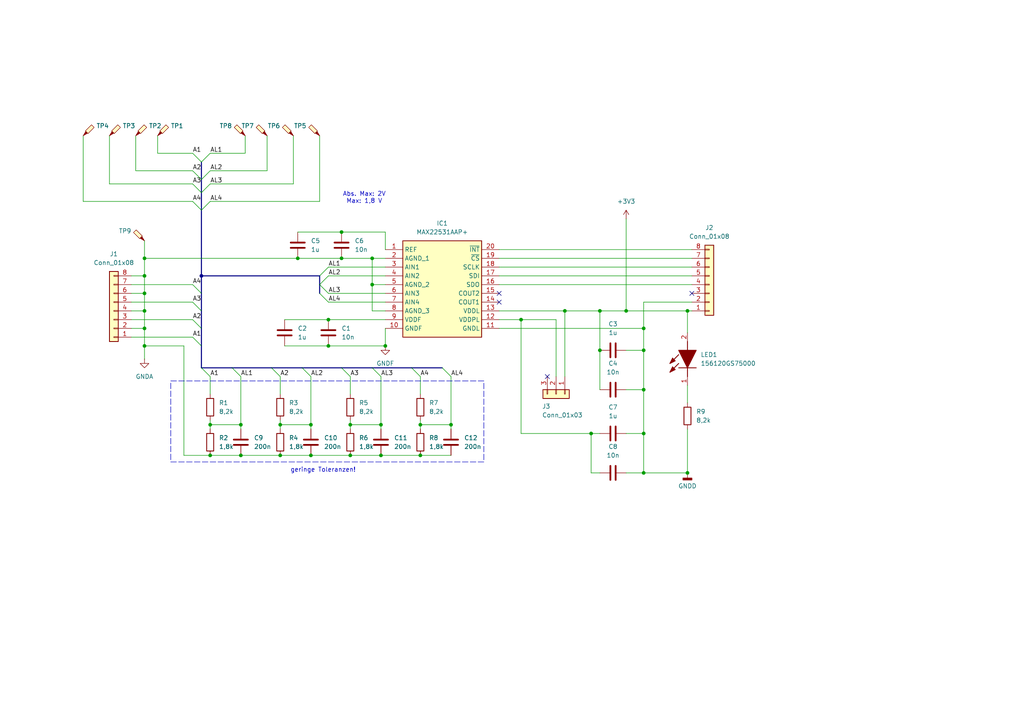
<source format=kicad_sch>
(kicad_sch (version 20250114) (generator "eeschema") (generator_version "9.0")
  (paper "A4")
  (lib_symbols
    (symbol "Connector:TestPoint_Probe" (pin_numbers (hide yes)) (pin_names (offset 0.762) (hide yes))
      (property "Reference" "TP" (at 1.651 5.842 0))
      (property "Value" "TestPoint_Probe" (at 1.651 4.064 0))
      (symbol "TestPoint_Probe_0_1"
        (polyline (pts (xy 1.27 0.762) (xy 0 0) (xy 0.762 1.27) (xy 1.27 0.762)) (fill (type outline)))
        (polyline (pts (xy 1.397 0.635) (xy 0.635 1.397) (xy 2.413 3.175) (xy 3.175 2.413) (xy 1.397 0.635)) (fill (type background)))
      )
      (symbol "TestPoint_Probe_1_1"
        (pin passive line (at 0 0 90) (length 0) (name "1") (number "1"))
      )
    )
    (symbol "Connector_Generic:Conn_01x03" (pin_names (offset 1.016) (hide yes))
      (property "Reference" "J" (at 0 5.08 0))
      (property "Value" "Conn_01x03" (at 0 -5.08 0))
      (symbol "Conn_01x03_1_1"
        (rectangle (start -1.27 3.81) (end 1.27 -3.81) (stroke (width 0.254)) (fill (type background)))
        (rectangle (start -1.27 2.667) (end 0 2.413) (stroke (width 0.1524)))
        (rectangle (start -1.27 0.127) (end 0 -0.127) (stroke (width 0.1524)))
        (rectangle (start -1.27 -2.413) (end 0 -2.667) (stroke (width 0.1524)))
        (pin passive line (at -5.08 2.54 0) (length 3.81) (name "Pin_1") (number "1"))
        (pin passive line (at -5.08 0 0) (length 3.81) (name "Pin_2") (number "2"))
        (pin passive line (at -5.08 -2.54 0) (length 3.81) (name "Pin_3") (number "3"))
      )
    )
    (symbol "Connector_Generic:Conn_01x08" (pin_names (offset 1.016) (hide yes))
      (property "Reference" "J" (at 0 10.16 0))
      (property "Value" "Conn_01x08" (at 0 -12.7 0))
      (symbol "Conn_01x08_1_1"
        (rectangle (start -1.27 8.89) (end 1.27 -11.43) (stroke (width 0.254)) (fill (type background)))
        (rectangle (start -1.27 7.747) (end 0 7.493) (stroke (width 0.1524)))
        (rectangle (start -1.27 5.207) (end 0 4.953) (stroke (width 0.1524)))
        (rectangle (start -1.27 2.667) (end 0 2.413) (stroke (width 0.1524)))
        (rectangle (start -1.27 0.127) (end 0 -0.127) (stroke (width 0.1524)))
        (rectangle (start -1.27 -2.413) (end 0 -2.667) (stroke (width 0.1524)))
        (rectangle (start -1.27 -4.953) (end 0 -5.207) (stroke (width 0.1524)))
        (rectangle (start -1.27 -7.493) (end 0 -7.747) (stroke (width 0.1524)))
        (rectangle (start -1.27 -10.033) (end 0 -10.287) (stroke (width 0.1524)))
        (pin passive line (at -5.08 7.62 0) (length 3.81) (name "Pin_1") (number "1"))
        (pin passive line (at -5.08 5.08 0) (length 3.81) (name "Pin_2") (number "2"))
        (pin passive line (at -5.08 2.54 0) (length 3.81) (name "Pin_3") (number "3"))
        (pin passive line (at -5.08 0 0) (length 3.81) (name "Pin_4") (number "4"))
        (pin passive line (at -5.08 -2.54 0) (length 3.81) (name "Pin_5") (number "5"))
        (pin passive line (at -5.08 -5.08 0) (length 3.81) (name "Pin_6") (number "6"))
        (pin passive line (at -5.08 -7.62 0) (length 3.81) (name "Pin_7") (number "7"))
        (pin passive line (at -5.08 -10.16 0) (length 3.81) (name "Pin_8") (number "8"))
      )
    )
    (symbol "Device:C" (pin_numbers (hide yes)) (pin_names (offset 0.254))
      (property "Reference" "C" (at 0.635 2.54 0))
      (property "Value" "C" (at 0.635 -2.54 0))
      (symbol "C_0_1"
        (polyline (pts (xy -2.032 0.762) (xy 2.032 0.762)) (stroke (width 0.508)))
        (polyline (pts (xy -2.032 -0.762) (xy 2.032 -0.762)) (stroke (width 0.508)))
      )
      (symbol "C_1_1"
        (pin passive line (at 0 3.81 270) (length 2.794) (name "~") (number "1"))
        (pin passive line (at 0 -3.81 90) (length 2.794) (name "~") (number "2"))
      )
    )
    (symbol "Device:R" (pin_numbers (hide yes)) (pin_names (offset 0))
      (property "Reference" "R" (at 2.032 0 90))
      (property "Value" "R" (at 0 0 90))
      (symbol "R_0_1"
        (rectangle (start -1.016 -2.54) (end 1.016 2.54) (stroke (width 0.254)))
      )
      (symbol "R_1_1"
        (pin passive line (at 0 3.81 270) (length 1.27) (name "~") (number "1"))
        (pin passive line (at 0 -3.81 90) (length 1.27) (name "~") (number "2"))
      )
    )
    (symbol "SamacSys_Parts:156120GS75000" (pin_names (hide yes))
      (property "Reference" "LED" (at 12.7 8.89 0))
      (property "Value" "156120GS75000" (at 12.7 6.35 0))
      (symbol "156120GS75000_1_1"
        (polyline (pts (xy 2.54 0) (xy 5.08 0)) (stroke (width 0.254)))
        (polyline (pts (xy 5.08 2.54) (xy 5.08 -2.54)) (stroke (width 0.254)))
        (polyline (pts (xy 5.08 0) (xy 10.16 2.54) (xy 10.16 -2.54) (xy 5.08 0)) (stroke (width 0.254)) (fill (type outline)))
        (polyline (pts (xy 5.334 4.318) (xy 4.572 3.556) (xy 3.81 5.08) (xy 5.334 4.318)) (stroke (width 0.254)) (fill (type outline)))
        (polyline (pts (xy 6.35 2.54) (xy 3.81 5.08)) (stroke (width 0.254)))
        (polyline (pts (xy 7.874 4.318) (xy 7.112 3.556) (xy 6.35 5.08) (xy 7.874 4.318)) (stroke (width 0.254)) (fill (type outline)))
        (polyline (pts (xy 8.89 2.54) (xy 6.35 5.08)) (stroke (width 0.254)))
        (polyline (pts (xy 10.16 0) (xy 12.7 0)) (stroke (width 0.254)))
        (pin passive line (at 0 0 0) (length 2.54) (name "K") (number "1"))
        (pin passive line (at 15.24 0 180) (length 2.54) (name "A") (number "2"))
      )
    )
    (symbol "SamacSys_Parts:MAX22531AAP+"
      (property "Reference" "IC" (at 29.21 7.62 0))
      (property "Value" "MAX22531AAP+" (at 29.21 5.08 0))
      (symbol "MAX22531AAP+_1_1"
        (rectangle (start 5.08 2.54) (end 27.94 -25.4) (stroke (width 0.254)) (fill (type background)))
        (pin passive line (at 0 0 0) (length 5.08) (name "REF") (number "1"))
        (pin passive line (at 0 -2.54 0) (length 5.08) (name "AGND_1") (number "2"))
        (pin passive line (at 0 -5.08 0) (length 5.08) (name "AIN1") (number "3"))
        (pin passive line (at 0 -7.62 0) (length 5.08) (name "AIN2") (number "4"))
        (pin passive line (at 0 -10.16 0) (length 5.08) (name "AGND_2") (number "5"))
        (pin passive line (at 0 -12.7 0) (length 5.08) (name "AIN3") (number "6"))
        (pin passive line (at 0 -15.24 0) (length 5.08) (name "AIN4") (number "7"))
        (pin passive line (at 0 -17.78 0) (length 5.08) (name "AGND_3") (number "8"))
        (pin passive line (at 0 -20.32 0) (length 5.08) (name "VDDF") (number "9"))
        (pin passive line (at 0 -22.86 0) (length 5.08) (name "GNDF") (number "10"))
        (pin passive line (at 33.02 0 180) (length 5.08) (name "~{INT}") (number "20"))
        (pin passive line (at 33.02 -2.54 180) (length 5.08) (name "~{CS}") (number "19"))
        (pin passive line (at 33.02 -5.08 180) (length 5.08) (name "SCLK") (number "18"))
        (pin passive line (at 33.02 -7.62 180) (length 5.08) (name "SDI") (number "17"))
        (pin passive line (at 33.02 -10.16 180) (length 5.08) (name "SDO") (number "16"))
        (pin passive line (at 33.02 -12.7 180) (length 5.08) (name "COUT2") (number "15"))
        (pin passive line (at 33.02 -15.24 180) (length 5.08) (name "COUT1") (number "14"))
        (pin passive line (at 33.02 -17.78 180) (length 5.08) (name "VDDL") (number "13"))
        (pin passive line (at 33.02 -20.32 180) (length 5.08) (name "VDDPL") (number "12"))
        (pin passive line (at 33.02 -22.86 180) (length 5.08) (name "GNDL") (number "11"))
      )
    )
    (symbol "power:+3V3" (power) (pin_numbers (hide yes)) (pin_names (offset 0) (hide yes))
      (property "Value" "+3V3" (at 0 3.556 0))
      (symbol "+3V3_0_1"
        (polyline (pts (xy -0.762 1.27) (xy 0 2.54)))
        (polyline (pts (xy 0 2.54) (xy 0.762 1.27)))
        (polyline (pts (xy 0 0) (xy 0 2.54)))
      )
      (symbol "+3V3_1_1"
        (pin power_in line (at 0 0 90) (length 0) (name "~") (number "1"))
      )
    )
    (symbol "power:GND" (power) (pin_numbers (hide yes)) (pin_names (offset 0) (hide yes))
      (property "Value" "GND" (at 0 -3.81 0))
      (symbol "GND_0_1"
        (polyline (pts (xy 0 0) (xy 0 -1.27) (xy 1.27 -1.27) (xy 0 -2.54) (xy -1.27 -1.27) (xy 0 -1.27)))
      )
      (symbol "GND_1_1"
        (pin power_in line (at 0 0 270) (length 0) (name "~") (number "1"))
      )
    )
    (symbol "power:GNDA" (power) (pin_numbers (hide yes)) (pin_names (offset 0) (hide yes))
      (property "Value" "GNDA" (at 0 -3.81 0))
      (symbol "GNDA_0_1"
        (polyline (pts (xy 0 0) (xy 0 -1.27) (xy 1.27 -1.27) (xy 0 -2.54) (xy -1.27 -1.27) (xy 0 -1.27)))
      )
      (symbol "GNDA_1_1"
        (pin power_in line (at 0 0 270) (length 0) (name "~") (number "1"))
      )
    )
    (symbol "power:GNDD" (power) (pin_numbers (hide yes)) (pin_names (offset 0) (hide yes))
      (property "Value" "GNDD" (at 0 -3.175 0))
      (symbol "GNDD_0_1"
        (rectangle (start -1.27 -1.524) (end 1.27 -2.032) (stroke (width 0.254)) (fill (type outline)))
        (polyline (pts (xy 0 0) (xy 0 -1.524)))
      )
      (symbol "GNDD_1_1"
        (pin power_in line (at 0 0 270) (length 0) (name "~") (number "1"))
      )
    )
  )
  (rectangle (start 49.53 110.49) (end 140.335 133.985) (stroke (width 0) (type dash)))
  (text "geringe Toleranzen!" (at 93.726 136.398 0) (effects (font (size 1.27 1.27))))
  (text "Abs. Max: 2V\nMax: 1,8 V" (at 105.664 57.404 0) (effects (font (size 1.27 1.27))))
  (junction (at 95.25 92.71))
  (junction (at 121.92 132.08))
  (junction (at 111.76 100.33))
  (junction (at 81.28 123.19))
  (junction (at 107.95 82.55))
  (junction (at 90.17 123.19))
  (junction (at 86.36 74.93))
  (junction (at 41.91 74.93))
  (junction (at 99.06 67.31))
  (junction (at 186.69 95.25))
  (junction (at 90.17 132.08))
  (junction (at 173.99 101.6))
  (junction (at 60.96 123.19))
  (junction (at 199.39 137.16))
  (junction (at 41.91 90.17))
  (junction (at 107.95 74.93))
  (junction (at 186.69 125.73))
  (junction (at 69.85 132.08))
  (junction (at 181.61 90.17))
  (junction (at 101.6 132.08))
  (junction (at 163.83 90.17))
  (junction (at 99.06 74.93))
  (junction (at 171.45 125.73))
  (junction (at 186.69 113.03))
  (junction (at 81.28 132.08))
  (junction (at 186.69 101.6))
  (junction (at 199.39 90.17))
  (junction (at 121.92 123.19))
  (junction (at 173.99 90.17))
  (junction (at 101.6 123.19))
  (junction (at 151.13 92.71))
  (junction (at 58.42 80.01))
  (junction (at 41.91 95.25))
  (junction (at 60.96 132.08))
  (junction (at 41.91 80.01))
  (junction (at 41.91 85.09))
  (junction (at 41.91 100.33))
  (junction (at 95.25 100.33))
  (junction (at 69.85 123.19))
  (junction (at 130.81 123.19))
  (junction (at 186.69 137.16))
  (junction (at 110.49 123.19))
  (junction (at 110.49 132.08))
  (no_connect (at 200.66 85.09))
  (no_connect (at 144.78 87.63))
  (no_connect (at 144.78 85.09))
  (no_connect (at 158.75 109.22))
  (bus_entry (at 55.88 82.55) (size 2.54 2.54))
  (bus_entry (at 55.88 49.53) (size 2.54 2.54))
  (bus_entry (at 60.96 49.53) (size -2.54 2.54))
  (bus_entry (at 67.31 106.68) (size 2.54 2.54))
  (bus_entry (at 55.88 44.45) (size 2.54 2.54))
  (bus_entry (at 107.95 106.68) (size 2.54 2.54))
  (bus_entry (at 60.96 44.45) (size -2.54 2.54))
  (bus_entry (at 99.06 106.68) (size 2.54 2.54))
  (bus_entry (at 87.63 106.68) (size 2.54 2.54))
  (bus_entry (at 95.25 85.09) (size -2.54 -2.54))
  (bus_entry (at 95.25 87.63) (size -2.54 -2.54))
  (bus_entry (at 128.27 106.68) (size 2.54 2.54))
  (bus_entry (at 119.38 106.68) (size 2.54 2.54))
  (bus_entry (at 55.88 97.79) (size 2.54 2.54))
  (bus_entry (at 55.88 92.71) (size 2.54 2.54))
  (bus_entry (at 55.88 87.63) (size 2.54 2.54))
  (bus_entry (at 60.96 53.34) (size -2.54 2.54))
  (bus_entry (at 55.88 58.42) (size 2.54 2.54))
  (bus_entry (at 60.96 58.42) (size -2.54 2.54))
  (bus_entry (at 55.88 53.34) (size 2.54 2.54))
  (bus_entry (at 92.71 80.01) (size 2.54 -2.54))
  (bus_entry (at 78.74 106.68) (size 2.54 2.54))
  (bus_entry (at 58.42 106.68) (size 2.54 2.54))
  (bus_entry (at 92.71 82.55) (size 2.54 -2.54))
  (wire (pts (xy 107.95 74.93) (xy 111.76 74.93)))
  (wire (pts (xy 130.81 123.19) (xy 121.92 123.19)))
  (wire (pts (xy 199.39 124.46) (xy 199.39 137.16)))
  (wire (pts (xy 95.25 77.47) (xy 111.76 77.47)))
  (wire (pts (xy 181.61 90.17) (xy 173.99 90.17)))
  (wire (pts (xy 39.37 49.53) (xy 39.37 39.37)))
  (bus (pts (xy 58.42 60.96) (xy 58.42 80.01)))
  (wire (pts (xy 171.45 137.16) (xy 171.45 125.73)))
  (wire (pts (xy 101.6 121.92) (xy 101.6 123.19)))
  (bus (pts (xy 99.06 106.68) (xy 87.63 106.68)))
  (wire (pts (xy 199.39 137.16) (xy 186.69 137.16)))
  (wire (pts (xy 173.99 101.6) (xy 173.99 113.03)))
  (wire (pts (xy 199.39 90.17) (xy 200.66 90.17)))
  (bus (pts (xy 58.42 52.07) (xy 58.42 55.88)))
  (wire (pts (xy 99.06 74.93) (xy 107.95 74.93)))
  (wire (pts (xy 186.69 101.6) (xy 186.69 95.25)))
  (wire (pts (xy 95.25 92.71) (xy 111.76 92.71)))
  (wire (pts (xy 111.76 90.17) (xy 107.95 90.17)))
  (wire (pts (xy 41.91 69.85) (xy 41.91 74.93)))
  (bus (pts (xy 92.71 80.01) (xy 92.71 82.55)))
  (wire (pts (xy 181.61 113.03) (xy 186.69 113.03)))
  (wire (pts (xy 69.85 132.08) (xy 81.28 132.08)))
  (wire (pts (xy 144.78 74.93) (xy 200.66 74.93)))
  (wire (pts (xy 60.96 123.19) (xy 60.96 124.46)))
  (wire (pts (xy 60.96 109.22) (xy 60.96 114.3)))
  (wire (pts (xy 90.17 123.19) (xy 81.28 123.19)))
  (wire (pts (xy 85.09 53.34) (xy 85.09 39.37)))
  (wire (pts (xy 163.83 90.17) (xy 163.83 109.22)))
  (wire (pts (xy 38.1 92.71) (xy 55.88 92.71)))
  (wire (pts (xy 199.39 90.17) (xy 199.39 96.52)))
  (wire (pts (xy 110.49 109.22) (xy 110.49 123.19)))
  (wire (pts (xy 38.1 97.79) (xy 55.88 97.79)))
  (wire (pts (xy 181.61 137.16) (xy 186.69 137.16)))
  (bus (pts (xy 58.42 85.09) (xy 58.42 80.01)))
  (wire (pts (xy 31.75 53.34) (xy 55.88 53.34)))
  (wire (pts (xy 121.92 109.22) (xy 121.92 114.3)))
  (bus (pts (xy 78.74 106.68) (xy 67.31 106.68)))
  (wire (pts (xy 107.95 82.55) (xy 111.76 82.55)))
  (wire (pts (xy 95.25 87.63) (xy 111.76 87.63)))
  (wire (pts (xy 181.61 63.5) (xy 181.61 90.17)))
  (wire (pts (xy 144.78 82.55) (xy 200.66 82.55)))
  (wire (pts (xy 130.81 109.22) (xy 130.81 123.19)))
  (wire (pts (xy 144.78 95.25) (xy 186.69 95.25)))
  (wire (pts (xy 161.29 109.22) (xy 161.29 92.71)))
  (wire (pts (xy 111.76 100.33) (xy 111.76 95.25)))
  (wire (pts (xy 71.12 44.45) (xy 71.12 39.37)))
  (wire (pts (xy 81.28 123.19) (xy 81.28 124.46)))
  (wire (pts (xy 144.78 90.17) (xy 163.83 90.17)))
  (wire (pts (xy 41.91 95.25) (xy 41.91 100.33)))
  (wire (pts (xy 181.61 90.17) (xy 199.39 90.17)))
  (bus (pts (xy 58.42 90.17) (xy 58.42 85.09)))
  (wire (pts (xy 38.1 95.25) (xy 41.91 95.25)))
  (wire (pts (xy 101.6 132.08) (xy 110.49 132.08)))
  (wire (pts (xy 81.28 109.22) (xy 81.28 114.3)))
  (wire (pts (xy 161.29 92.71) (xy 151.13 92.71)))
  (bus (pts (xy 107.95 106.68) (xy 99.06 106.68)))
  (wire (pts (xy 111.76 67.31) (xy 99.06 67.31)))
  (wire (pts (xy 90.17 132.08) (xy 101.6 132.08)))
  (wire (pts (xy 41.91 90.17) (xy 41.91 95.25)))
  (bus (pts (xy 58.42 100.33) (xy 58.42 95.25)))
  (wire (pts (xy 82.55 100.33) (xy 95.25 100.33)))
  (wire (pts (xy 121.92 132.08) (xy 130.81 132.08)))
  (wire (pts (xy 53.34 132.08) (xy 60.96 132.08)))
  (wire (pts (xy 60.96 44.45) (xy 71.12 44.45)))
  (bus (pts (xy 58.42 55.88) (xy 58.42 60.96)))
  (wire (pts (xy 101.6 109.22) (xy 101.6 114.3)))
  (wire (pts (xy 144.78 92.71) (xy 151.13 92.71)))
  (wire (pts (xy 107.95 90.17) (xy 107.95 82.55)))
  (wire (pts (xy 55.88 49.53) (xy 39.37 49.53)))
  (wire (pts (xy 121.92 121.92) (xy 121.92 123.19)))
  (wire (pts (xy 81.28 121.92) (xy 81.28 123.19)))
  (wire (pts (xy 60.96 53.34) (xy 85.09 53.34)))
  (wire (pts (xy 173.99 137.16) (xy 171.45 137.16)))
  (wire (pts (xy 77.47 49.53) (xy 77.47 39.37)))
  (wire (pts (xy 38.1 85.09) (xy 41.91 85.09)))
  (wire (pts (xy 173.99 125.73) (xy 171.45 125.73)))
  (wire (pts (xy 144.78 72.39) (xy 200.66 72.39)))
  (wire (pts (xy 38.1 80.01) (xy 41.91 80.01)))
  (wire (pts (xy 69.85 124.46) (xy 69.85 123.19)))
  (wire (pts (xy 82.55 92.71) (xy 95.25 92.71)))
  (wire (pts (xy 101.6 123.19) (xy 101.6 124.46)))
  (wire (pts (xy 31.75 39.37) (xy 31.75 53.34)))
  (wire (pts (xy 38.1 90.17) (xy 41.91 90.17)))
  (wire (pts (xy 130.81 124.46) (xy 130.81 123.19)))
  (wire (pts (xy 69.85 109.22) (xy 69.85 123.19)))
  (bus (pts (xy 119.38 106.68) (xy 107.95 106.68)))
  (wire (pts (xy 60.96 121.92) (xy 60.96 123.19)))
  (wire (pts (xy 186.69 113.03) (xy 186.69 101.6)))
  (wire (pts (xy 60.96 58.42) (xy 92.71 58.42)))
  (wire (pts (xy 110.49 123.19) (xy 101.6 123.19)))
  (bus (pts (xy 58.42 80.01) (xy 92.71 80.01)))
  (wire (pts (xy 41.91 85.09) (xy 41.91 90.17)))
  (bus (pts (xy 58.42 106.68) (xy 58.42 100.33)))
  (wire (pts (xy 95.25 85.09) (xy 111.76 85.09)))
  (wire (pts (xy 199.39 111.76) (xy 199.39 116.84)))
  (wire (pts (xy 111.76 72.39) (xy 111.76 67.31)))
  (wire (pts (xy 110.49 124.46) (xy 110.49 123.19)))
  (bus (pts (xy 87.63 106.68) (xy 78.74 106.68)))
  (wire (pts (xy 38.1 82.55) (xy 55.88 82.55)))
  (wire (pts (xy 92.71 58.42) (xy 92.71 39.37)))
  (wire (pts (xy 121.92 123.19) (xy 121.92 124.46)))
  (bus (pts (xy 58.42 46.99) (xy 58.42 52.07)))
  (wire (pts (xy 144.78 80.01) (xy 200.66 80.01)))
  (bus (pts (xy 58.42 95.25) (xy 58.42 90.17)))
  (wire (pts (xy 81.28 132.08) (xy 90.17 132.08)))
  (wire (pts (xy 110.49 132.08) (xy 121.92 132.08)))
  (wire (pts (xy 38.1 87.63) (xy 55.88 87.63)))
  (wire (pts (xy 107.95 82.55) (xy 107.95 74.93)))
  (bus (pts (xy 128.27 106.68) (xy 119.38 106.68)))
  (wire (pts (xy 53.34 100.33) (xy 53.34 132.08)))
  (bus (pts (xy 92.71 82.55) (xy 92.71 85.09)))
  (wire (pts (xy 86.36 74.93) (xy 99.06 74.93)))
  (wire (pts (xy 86.36 67.31) (xy 99.06 67.31)))
  (wire (pts (xy 55.88 44.45) (xy 45.72 44.45)))
  (wire (pts (xy 41.91 100.33) (xy 41.91 104.14)))
  (wire (pts (xy 41.91 100.33) (xy 53.34 100.33)))
  (wire (pts (xy 90.17 124.46) (xy 90.17 123.19)))
  (wire (pts (xy 186.69 137.16) (xy 186.69 125.73)))
  (wire (pts (xy 86.36 74.93) (xy 41.91 74.93)))
  (wire (pts (xy 186.69 87.63) (xy 186.69 95.25)))
  (wire (pts (xy 173.99 90.17) (xy 173.99 101.6)))
  (wire (pts (xy 95.25 100.33) (xy 111.76 100.33)))
  (wire (pts (xy 181.61 101.6) (xy 186.69 101.6)))
  (wire (pts (xy 41.91 80.01) (xy 41.91 85.09)))
  (wire (pts (xy 55.88 58.42) (xy 24.13 58.42)))
  (wire (pts (xy 60.96 49.53) (xy 77.47 49.53)))
  (wire (pts (xy 95.25 80.01) (xy 111.76 80.01)))
  (wire (pts (xy 60.96 132.08) (xy 69.85 132.08)))
  (wire (pts (xy 186.69 125.73) (xy 186.69 113.03)))
  (wire (pts (xy 186.69 87.63) (xy 200.66 87.63)))
  (wire (pts (xy 151.13 125.73) (xy 171.45 125.73)))
  (wire (pts (xy 144.78 77.47) (xy 200.66 77.47)))
  (wire (pts (xy 90.17 109.22) (xy 90.17 123.19)))
  (wire (pts (xy 151.13 125.73) (xy 151.13 92.71)))
  (wire (pts (xy 181.61 125.73) (xy 186.69 125.73)))
  (wire (pts (xy 41.91 74.93) (xy 41.91 80.01)))
  (wire (pts (xy 24.13 58.42) (xy 24.13 39.37)))
  (bus (pts (xy 67.31 106.68) (xy 58.42 106.68)))
  (wire (pts (xy 163.83 90.17) (xy 173.99 90.17)))
  (wire (pts (xy 69.85 123.19) (xy 60.96 123.19)))
  (wire (pts (xy 45.72 39.37) (xy 45.72 44.45)))
  (label "AL3" (at 95.25 85.09 0))
  (label "AL1" (at 69.85 109.22 0))
  (label "AL4" (at 95.25 87.63 0))
  (label "AL1" (at 60.96 44.45 0))
  (label "A4" (at 55.88 58.42 0))
  (label "AL2" (at 60.96 49.53 0))
  (label "A3" (at 55.88 53.34 0))
  (label "AL2" (at 95.25 80.01 0))
  (label "A1" (at 55.88 44.45 0))
  (label "AL3" (at 60.96 53.34 0))
  (label "AL3" (at 110.49 109.22 0))
  (label "A2" (at 55.88 92.71 0))
  (label "A2" (at 81.28 109.22 0))
  (label "AL1" (at 95.25 77.47 0))
  (label "A1" (at 60.96 109.22 0))
  (label "A3" (at 101.6 109.22 0))
  (label "AL2" (at 90.17 109.22 0))
  (label "A1" (at 55.88 97.79 0))
  (label "A3" (at 55.88 87.63 0))
  (label "AL4" (at 130.81 109.22 0))
  (label "A4" (at 121.92 109.22 0))
  (label "A2" (at 55.88 49.53 0))
  (label "A4" (at 55.88 82.55 0))
  (label "AL4" (at 60.96 58.42 0))
  (symbol (lib_id "Connector:TestPoint_Probe") (at 77.47 39.37 0) (mirror y) (unit 1)
    (property "Reference" "TP7" (at 73.66 36.5124 0) (effects (justify left)))
    (property "Value" "TestPoint_Probe" (effects (hide yes)))
    (property "Footprint" "TestPoint:TestPoint_Keystone_5000-5004_Miniature" (effects (hide yes)))
    (property "Description" "test point (alternative probe-style design)" (effects (hide yes)))
    (property "Manufacturer_Name" "Keystone Electronics " (effects (hide yes)))
    (property "Manufacturer_Part_Number" "5001 " (effects (hide yes)))
    (property "Mouser Part Number" "534-5001 " (effects (hide yes)))
  )
  (symbol (lib_id "Connector_Generic:Conn_01x08") (at 205.74 82.55 0) (mirror x) (unit 1)
    (property "Reference" "J2" (at 205.74 66.04 0))
    (property "Value" "Conn_01x08" (at 205.74 68.58 0))
    (property "Footprint" "Connector_PinHeader_2.54mm:PinHeader_1x08_P2.54mm_Vertical" (effects (hide yes)))
    (property "Description" "Generic connector, single row, 01x08, script generated (kicad-library-utils/schlib/autogen/connector/)" (effects (hide yes)))
  )
  (symbol (lib_id "Connector_Generic:Conn_01x08") (at 33.02 90.17 180) (unit 1)
    (property "Reference" "J1" (at 33.02 73.66 0))
    (property "Value" "Conn_01x08" (at 33.02 76.2 0))
    (property "Footprint" "Connector_PinHeader_2.54mm:PinHeader_1x08_P2.54mm_Vertical" (effects (hide yes)))
    (property "Description" "Generic connector, single row, 01x08, script generated (kicad-library-utils/schlib/autogen/connector/)" (effects (hide yes)))
  )
  (symbol (lib_id "Connector:TestPoint_Probe") (at 39.37 39.37 0) (unit 1)
    (property "Reference" "TP2" (at 43.18 36.5124 0) (effects (justify left)))
    (property "Value" "TestPoint_Probe" (effects (hide yes)))
    (property "Footprint" "TestPoint:TestPoint_Keystone_5000-5004_Miniature" (effects (hide yes)))
    (property "Description" "test point (alternative probe-style design)" (effects (hide yes)))
    (property "Manufacturer_Name" "Keystone Electronics " (effects (hide yes)))
    (property "Manufacturer_Part_Number" "5001 " (effects (hide yes)))
    (property "Mouser Part Number" "534-5001 " (effects (hide yes)))
  )
  (symbol (lib_id "Device:C") (at 177.8 137.16 90) (unit 1)
    (property "Reference" "C8" (at 177.8 129.54 90))
    (property "Value" "10n" (at 177.8 132.08 90))
    (property "Footprint" "Capacitor_SMD:C_1206_3216Metric" (effects (hide yes)))
    (property "Description" "Unpolarized capacitor" (effects (hide yes)))
    (property "Manufacturer_Name" "Murata Electronics " (effects (hide yes)))
    (property "Manufacturer_Part_Number" "GRT3195C2A103JA02D " (effects (hide yes)))
    (property "Mouser Part Number" "81-GRT3195C2A103JA2D" (effects (hide yes)))
  )
  (symbol (lib_id "Device:R") (at 60.96 118.11 0) (unit 1)
    (property "Reference" "R1" (at 63.5 116.8399 0) (effects (justify left)))
    (property "Value" "8,2k" (at 63.5 119.3799 0) (effects (justify left)))
    (property "Footprint" "Resistor_SMD:R_1206_3216Metric" (effects (hide yes)))
    (property "Description" "Resistor" (effects (hide yes)))
    (property "Manufacturer_Name" "TE Connectivity / Holsworthy " (effects (hide yes)))
    (property "Manufacturer_Part_Number" "CRGCQ1206F8K2 " (effects (hide yes)))
    (property "Mouser Part Number" "279-CRGCQ1206F8K2 " (effects (hide yes)))
  )
  (symbol (lib_id "SamacSys_Parts:156120GS75000") (at 199.39 111.76 90) (unit 1)
    (property "Reference" "LED1" (at 203.2 102.8699 90) (effects (justify right)))
    (property "Value" "156120GS75000" (at 203.2 105.4099 90) (effects (justify right)))
    (property "Footprint" "SamacSys_Parts:156120GS75000" (effects (hide yes)))
    (property "Datasheet" "https://www.we-online.com/katalog/datasheet/156120GS75000.pdf" (effects (hide yes)))
    (property "Description" "WURTH ELEKTRONIK - 156120GS75000 - LED, Reverse Mount, Rectangular, Green, SMD, 25 mA, 3.3 V, 525 nm" (effects (hide yes)))
    (property "Height" "1.3" (effects (hide yes)))
    (property "Mouser Part Number" "710-156120GS75000" (effects (hide yes)))
    (property "Mouser Price/Stock" "https://www.mouser.co.uk/ProductDetail/Wurth-Elektronik/156120GS75000?qs=LlUlMxKIyB2C7it69rl%252BWQ%3D%3D" (effects (hide yes)))
    (property "Manufacturer_Name" "Wurth Elektronik" (effects (hide yes)))
    (property "Manufacturer_Part_Number" "156120GS75000" (effects (hide yes)))
  )
  (symbol (lib_id "power:+3V3") (at 181.61 63.5 0) (unit 1)
    (property "Reference" "#PWR01" (effects (hide yes)))
    (property "Value" "+3V3" (at 181.61 58.42 0))
    (property "Description" "Power symbol creates a global label with name \"+3V3\"" (effects (hide yes)))
  )
  (symbol (lib_id "Device:R") (at 101.6 118.11 0) (unit 1)
    (property "Reference" "R5" (at 104.14 116.8399 0) (effects (justify left)))
    (property "Value" "8,2k" (at 104.14 119.3799 0) (effects (justify left)))
    (property "Footprint" "Resistor_SMD:R_1206_3216Metric" (effects (hide yes)))
    (property "Description" "Resistor" (effects (hide yes)))
    (property "Manufacturer_Name" "TE Connectivity / Holsworthy " (effects (hide yes)))
    (property "Manufacturer_Part_Number" "CRGCQ1206F8K2 " (effects (hide yes)))
    (property "Mouser Part Number" "279-CRGCQ1206F8K2 " (effects (hide yes)))
  )
  (symbol (lib_id "power:GNDA") (at 41.91 104.14 0) (unit 1)
    (property "Reference" "#PWR03" (effects (hide yes)))
    (property "Value" "GNDA" (at 41.91 109.22 0))
    (property "Description" "Power symbol creates a global label with name \"GNDA\" , analog ground" (effects (hide yes)))
  )
  (symbol (lib_id "Connector:TestPoint_Probe") (at 24.13 39.37 0) (unit 1)
    (property "Reference" "TP4" (at 27.94 36.5124 0) (effects (justify left)))
    (property "Value" "TestPoint_Probe" (effects (hide yes)))
    (property "Footprint" "TestPoint:TestPoint_Keystone_5000-5004_Miniature" (effects (hide yes)))
    (property "Description" "test point (alternative probe-style design)" (effects (hide yes)))
    (property "Manufacturer_Name" "Keystone Electronics " (effects (hide yes)))
    (property "Manufacturer_Part_Number" "5001 " (effects (hide yes)))
    (property "Mouser Part Number" "534-5001 " (effects (hide yes)))
  )
  (symbol (lib_id "Device:R") (at 60.96 128.27 0) (unit 1)
    (property "Reference" "R2" (at 63.5 126.9999 0) (effects (justify left)))
    (property "Value" "1,8k" (at 63.5 129.5399 0) (effects (justify left)))
    (property "Footprint" "Resistor_SMD:R_1206_3216Metric" (effects (hide yes)))
    (property "Description" "Resistor" (effects (hide yes)))
    (property "Manufacturer_Name" "Vishay / Dale " (effects (hide yes)))
    (property "Manufacturer_Part_Number" "CRCW12061K80FKEAC " (effects (hide yes)))
    (property "Mouser Part Number" "71-CRCW12061K80FKEAC " (effects (hide yes)))
  )
  (symbol (lib_id "Connector_Generic:Conn_01x03") (at 161.29 114.3 270) (unit 1)
    (property "Reference" "J3" (at 157.226 117.856 90) (effects (justify left)))
    (property "Value" "Conn_01x03" (at 157.226 120.396 90) (effects (justify left)))
    (property "Footprint" "Connector_PinHeader_2.54mm:PinHeader_1x03_P2.54mm_Vertical" (effects (hide yes)))
    (property "Description" "Generic connector, single row, 01x03, script generated (kicad-library-utils/schlib/autogen/connector/)" (effects (hide yes)))
  )
  (symbol (lib_id "SamacSys_Parts:MAX22531AAP+") (at 111.76 72.39 0) (unit 1)
    (property "Reference" "IC1" (at 128.27 64.77 0))
    (property "Value" "MAX22531AAP+" (at 128.27 67.31 0))
    (property "Footprint" "SamacSys_Parts:SOP65P778X199-20N" (effects (hide yes)))
    (property "Datasheet" "https://www.analog.com/MAX22531/datasheet" (effects (hide yes)))
    (property "Description" "Field-Side Self-Powered, 4-Channel, 12-bit, Isolated ADC" (effects (hide yes)))
    (property "Height" "1.99" (effects (hide yes)))
    (property "Mouser Part Number" "700-MAX22531AAP+" (effects (hide yes)))
    (property "Mouser Price/Stock" "https://www.mouser.co.uk/ProductDetail/Analog-Devices-Maxim-Integrated/MAX22531AAP%2b?qs=doiCPypUmgFZ7xzUXZ7H2g%3D%3D" (effects (hide yes)))
    (property "Manufacturer_Name" "Analog Devices" (effects (hide yes)))
    (property "Manufacturer_Part_Number" "MAX22531AAP+" (effects (hide yes)))
  )
  (symbol (lib_id "Connector:TestPoint_Probe") (at 41.91 69.85 0) (mirror y) (unit 1)
    (property "Reference" "TP9" (at 38.1 66.9924 0) (effects (justify left)))
    (property "Value" "TestPoint_Probe" (effects (hide yes)))
    (property "Footprint" "TestPoint:TestPoint_Keystone_5000-5004_Miniature" (effects (hide yes)))
    (property "Description" "test point (alternative probe-style design)" (effects (hide yes)))
    (property "Manufacturer_Name" "Keystone Electronics " (effects (hide yes)))
    (property "Manufacturer_Part_Number" "5001 " (effects (hide yes)))
    (property "Mouser Part Number" "534-5001 " (effects (hide yes)))
  )
  (symbol (lib_id "Device:C") (at 110.49 128.27 0) (unit 1)
    (property "Reference" "C11" (at 114.3 126.9999 0) (effects (justify left)))
    (property "Value" "200n" (at 114.3 129.5399 0) (effects (justify left)))
    (property "Footprint" "Capacitor_SMD:C_1206_3216Metric" (effects (hide yes)))
    (property "Description" "Unpolarized capacitor" (effects (hide yes)))
    (property "Manufacturer_Name" "KEMET " (effects (hide yes)))
    (property "Manufacturer_Part_Number" "C1206C224J1RECAUTO " (effects (hide yes)))
    (property "Mouser Part Number" "80-C1206C224J1RECAUT " (effects (hide yes)))
  )
  (symbol (lib_id "Connector:TestPoint_Probe") (at 71.12 39.37 0) (mirror y) (unit 1)
    (property "Reference" "TP8" (at 67.31 36.5124 0) (effects (justify left)))
    (property "Value" "TestPoint_Probe" (effects (hide yes)))
    (property "Footprint" "TestPoint:TestPoint_Keystone_5000-5004_Miniature" (effects (hide yes)))
    (property "Description" "test point (alternative probe-style design)" (effects (hide yes)))
    (property "Manufacturer_Name" "Keystone Electronics " (effects (hide yes)))
    (property "Manufacturer_Part_Number" "5001 " (effects (hide yes)))
    (property "Mouser Part Number" "534-5001 " (effects (hide yes)))
  )
  (symbol (lib_id "Device:C") (at 82.55 96.52 0) (unit 1)
    (property "Reference" "C2" (at 86.36 95.2499 0) (effects (justify left)))
    (property "Value" "1u" (at 86.36 97.7899 0) (effects (justify left)))
    (property "Footprint" "Capacitor_SMD:C_1206_3216Metric" (effects (hide yes)))
    (property "Description" "Unpolarized capacitor" (effects (hide yes)))
    (property "Manufacturer_Name" "KEMET " (effects (hide yes)))
    (property "Manufacturer_Part_Number" "C1206X105J1RACTU " (effects (hide yes)))
    (property "Mouser Part Number" "80-C1206X105J1R " (effects (hide yes)))
  )
  (symbol (lib_id "Device:C") (at 177.8 125.73 90) (unit 1)
    (property "Reference" "C7" (at 177.8 118.11 90))
    (property "Value" "1u" (at 177.8 120.65 90))
    (property "Footprint" "Capacitor_SMD:C_1206_3216Metric" (effects (hide yes)))
    (property "Description" "Unpolarized capacitor" (effects (hide yes)))
    (property "Manufacturer_Name" "KEMET " (effects (hide yes)))
    (property "Manufacturer_Part_Number" "C1206X105J1RACTU " (effects (hide yes)))
    (property "Mouser Part Number" "80-C1206X105J1R " (effects (hide yes)))
  )
  (symbol (lib_id "Device:R") (at 81.28 128.27 0) (unit 1)
    (property "Reference" "R4" (at 83.82 126.9999 0) (effects (justify left)))
    (property "Value" "1,8k" (at 83.82 129.5399 0) (effects (justify left)))
    (property "Footprint" "Resistor_SMD:R_1206_3216Metric" (effects (hide yes)))
    (property "Description" "Resistor" (effects (hide yes)))
    (property "Manufacturer_Name" "Vishay / Dale " (effects (hide yes)))
    (property "Manufacturer_Part_Number" "CRCW12061K80FKEAC " (effects (hide yes)))
    (property "Mouser Part Number" "71-CRCW12061K80FKEAC " (effects (hide yes)))
  )
  (symbol (lib_id "Device:R") (at 121.92 128.27 0) (unit 1)
    (property "Reference" "R8" (at 124.46 126.9999 0) (effects (justify left)))
    (property "Value" "1,8k" (at 124.46 129.5399 0) (effects (justify left)))
    (property "Footprint" "Resistor_SMD:R_1206_3216Metric" (effects (hide yes)))
    (property "Description" "Resistor" (effects (hide yes)))
    (property "Manufacturer_Name" "Vishay / Dale " (effects (hide yes)))
    (property "Manufacturer_Part_Number" "CRCW12061K80FKEAC " (effects (hide yes)))
    (property "Mouser Part Number" "71-CRCW12061K80FKEAC " (effects (hide yes)))
  )
  (symbol (lib_id "Device:R") (at 101.6 128.27 0) (unit 1)
    (property "Reference" "R6" (at 104.14 126.9999 0) (effects (justify left)))
    (property "Value" "1,8k" (at 104.14 129.5399 0) (effects (justify left)))
    (property "Footprint" "Resistor_SMD:R_1206_3216Metric" (effects (hide yes)))
    (property "Description" "Resistor" (effects (hide yes)))
    (property "Manufacturer_Name" "Vishay / Dale " (effects (hide yes)))
    (property "Manufacturer_Part_Number" "CRCW12061K80FKEAC " (effects (hide yes)))
    (property "Mouser Part Number" "71-CRCW12061K80FKEAC " (effects (hide yes)))
  )
  (symbol (lib_id "Device:C") (at 86.36 71.12 0) (unit 1)
    (property "Reference" "C5" (at 90.17 69.8499 0) (effects (justify left)))
    (property "Value" "1u" (at 90.17 72.3899 0) (effects (justify left)))
    (property "Footprint" "Capacitor_SMD:C_1206_3216Metric" (effects (hide yes)))
    (property "Description" "Unpolarized capacitor" (effects (hide yes)))
    (property "Manufacturer_Name" "KEMET " (effects (hide yes)))
    (property "Manufacturer_Part_Number" "C1206X105J1RACTU " (effects (hide yes)))
    (property "Mouser Part Number" "80-C1206X105J1R " (effects (hide yes)))
  )
  (symbol (lib_id "Device:R") (at 81.28 118.11 0) (unit 1)
    (property "Reference" "R3" (at 83.82 116.8399 0) (effects (justify left)))
    (property "Value" "8,2k" (at 83.82 119.3799 0) (effects (justify left)))
    (property "Footprint" "Resistor_SMD:R_1206_3216Metric" (effects (hide yes)))
    (property "Description" "Resistor" (effects (hide yes)))
    (property "Manufacturer_Name" "TE Connectivity / Holsworthy " (effects (hide yes)))
    (property "Manufacturer_Part_Number" "CRGCQ1206F8K2 " (effects (hide yes)))
    (property "Mouser Part Number" "279-CRGCQ1206F8K2 " (effects (hide yes)))
  )
  (symbol (lib_id "Device:C") (at 177.8 113.03 90) (unit 1)
    (property "Reference" "C4" (at 177.8 105.41 90))
    (property "Value" "10n" (at 177.8 107.95 90))
    (property "Footprint" "Capacitor_SMD:C_1206_3216Metric" (effects (hide yes)))
    (property "Description" "Unpolarized capacitor" (effects (hide yes)))
    (property "Manufacturer_Name" "Murata Electronics " (effects (hide yes)))
    (property "Manufacturer_Part_Number" "GRT3195C2A103JA02D " (effects (hide yes)))
    (property "Mouser Part Number" "81-GRT3195C2A103JA2D" (effects (hide yes)))
  )
  (symbol (lib_id "Device:R") (at 199.39 120.65 0) (unit 1)
    (property "Reference" "R9" (at 201.93 119.3799 0) (effects (justify left)))
    (property "Value" "8,2k" (at 201.93 121.9199 0) (effects (justify left)))
    (property "Footprint" "Resistor_SMD:R_1206_3216Metric" (effects (hide yes)))
    (property "Description" "Resistor" (effects (hide yes)))
    (property "Manufacturer_Name" "TE Connectivity / Holsworthy " (effects (hide yes)))
    (property "Manufacturer_Part_Number" "CRGCQ1206F8K2 " (effects (hide yes)))
    (property "Mouser Part Number" "279-CRGCQ1206F8K2 " (effects (hide yes)))
  )
  (symbol (lib_id "Device:C") (at 130.81 128.27 0) (unit 1)
    (property "Reference" "C12" (at 134.62 126.9999 0) (effects (justify left)))
    (property "Value" "200n" (at 134.62 129.5399 0) (effects (justify left)))
    (property "Footprint" "Capacitor_SMD:C_1206_3216Metric" (effects (hide yes)))
    (property "Description" "Unpolarized capacitor" (effects (hide yes)))
    (property "Manufacturer_Name" "KEMET " (effects (hide yes)))
    (property "Manufacturer_Part_Number" "C1206C224J1RECAUTO " (effects (hide yes)))
    (property "Mouser Part Number" "80-C1206C224J1RECAUT " (effects (hide yes)))
  )
  (symbol (lib_id "Connector:TestPoint_Probe") (at 45.72 39.37 0) (unit 1)
    (property "Reference" "TP1" (at 49.53 36.5124 0) (effects (justify left)))
    (property "Value" "TestPoint_Probe" (effects (hide yes)))
    (property "Footprint" "TestPoint:TestPoint_Keystone_5000-5004_Miniature" (effects (hide yes)))
    (property "Description" "test point (alternative probe-style design)" (effects (hide yes)))
    (property "Manufacturer_Name" "Keystone Electronics " (effects (hide yes)))
    (property "Manufacturer_Part_Number" "5001 " (effects (hide yes)))
    (property "Mouser Part Number" "534-5001 " (effects (hide yes)))
  )
  (symbol (lib_id "Device:C") (at 99.06 71.12 0) (unit 1)
    (property "Reference" "C6" (at 102.87 69.8499 0) (effects (justify left)))
    (property "Value" "10n" (at 102.87 72.3899 0) (effects (justify left)))
    (property "Footprint" "Capacitor_SMD:C_1206_3216Metric" (effects (hide yes)))
    (property "Description" "Unpolarized capacitor" (effects (hide yes)))
    (property "Manufacturer_Name" "Murata Electronics " (effects (hide yes)))
    (property "Manufacturer_Part_Number" "GRT3195C2A103JA02D " (effects (hide yes)))
    (property "Mouser Part Number" "81-GRT3195C2A103JA2D" (effects (hide yes)))
  )
  (symbol (lib_id "Device:C") (at 95.25 96.52 0) (unit 1)
    (property "Reference" "C1" (at 99.06 95.2499 0) (effects (justify left)))
    (property "Value" "10n" (at 99.06 97.7899 0) (effects (justify left)))
    (property "Footprint" "Capacitor_SMD:C_1206_3216Metric" (effects (hide yes)))
    (property "Description" "Unpolarized capacitor" (effects (hide yes)))
    (property "Manufacturer_Name" "Murata Electronics " (effects (hide yes)))
    (property "Manufacturer_Part_Number" "GRT3195C2A103JA02D " (effects (hide yes)))
    (property "Mouser Part Number" "81-GRT3195C2A103JA2D" (effects (hide yes)))
  )
  (symbol (lib_id "power:GND") (at 111.76 100.33 0) (unit 1)
    (property "Reference" "#PWR04" (effects (hide yes)))
    (property "Value" "GNDF" (at 111.76 105.41 0))
    (property "Description" "Power symbol creates a global label with name \"GND\" , ground" (effects (hide yes)))
  )
  (symbol (lib_id "power:GNDD") (at 199.39 137.16 0) (unit 1)
    (property "Reference" "#PWR02" (effects (hide yes)))
    (property "Value" "GNDD" (at 199.39 140.97 0))
    (property "Description" "Power symbol creates a global label with name \"GNDD\" , digital ground" (effects (hide yes)))
  )
  (symbol (lib_id "Device:R") (at 121.92 118.11 0) (unit 1)
    (property "Reference" "R7" (at 124.46 116.8399 0) (effects (justify left)))
    (property "Value" "8,2k" (at 124.46 119.3799 0) (effects (justify left)))
    (property "Footprint" "Resistor_SMD:R_1206_3216Metric" (effects (hide yes)))
    (property "Description" "Resistor" (effects (hide yes)))
    (property "Manufacturer_Name" "TE Connectivity / Holsworthy " (effects (hide yes)))
    (property "Manufacturer_Part_Number" "CRGCQ1206F8K2 " (effects (hide yes)))
    (property "Mouser Part Number" "279-CRGCQ1206F8K2 " (effects (hide yes)))
  )
  (symbol (lib_id "Connector:TestPoint_Probe") (at 85.09 39.37 0) (mirror y) (unit 1)
    (property "Reference" "TP6" (at 81.28 36.5124 0) (effects (justify left)))
    (property "Value" "TestPoint_Probe" (effects (hide yes)))
    (property "Footprint" "TestPoint:TestPoint_Keystone_5000-5004_Miniature" (effects (hide yes)))
    (property "Description" "test point (alternative probe-style design)" (effects (hide yes)))
    (property "Manufacturer_Name" "Keystone Electronics " (effects (hide yes)))
    (property "Manufacturer_Part_Number" "5001 " (effects (hide yes)))
    (property "Mouser Part Number" "534-5001 " (effects (hide yes)))
  )
  (symbol (lib_id "Connector:TestPoint_Probe") (at 31.75 39.37 0) (unit 1)
    (property "Reference" "TP3" (at 35.56 36.5124 0) (effects (justify left)))
    (property "Value" "TestPoint_Probe" (effects (hide yes)))
    (property "Footprint" "TestPoint:TestPoint_Keystone_5000-5004_Miniature" (effects (hide yes)))
    (property "Description" "test point (alternative probe-style design)" (effects (hide yes)))
    (property "Manufacturer_Name" "Keystone Electronics " (effects (hide yes)))
    (property "Manufacturer_Part_Number" "5001 " (effects (hide yes)))
    (property "Mouser Part Number" "534-5001 " (effects (hide yes)))
  )
  (symbol (lib_id "Device:C") (at 90.17 128.27 0) (unit 1)
    (property "Reference" "C10" (at 93.98 126.9999 0) (effects (justify left)))
    (property "Value" "200n" (at 93.98 129.5399 0) (effects (justify left)))
    (property "Footprint" "Capacitor_SMD:C_1206_3216Metric" (effects (hide yes)))
    (property "Description" "Unpolarized capacitor" (effects (hide yes)))
    (property "Manufacturer_Name" "KEMET " (effects (hide yes)))
    (property "Manufacturer_Part_Number" "C1206C224J1RECAUTO " (effects (hide yes)))
    (property "Mouser Part Number" "80-C1206C224J1RECAUT " (effects (hide yes)))
  )
  (symbol (lib_id "Device:C") (at 177.8 101.6 90) (unit 1)
    (property "Reference" "C3" (at 177.8 93.98 90))
    (property "Value" "1u" (at 177.8 96.52 90))
    (property "Footprint" "Capacitor_SMD:C_1206_3216Metric" (effects (hide yes)))
    (property "Description" "Unpolarized capacitor" (effects (hide yes)))
    (property "Manufacturer_Name" "KEMET " (effects (hide yes)))
    (property "Manufacturer_Part_Number" "C1206X105J1RACTU " (effects (hide yes)))
    (property "Mouser Part Number" "80-C1206X105J1R " (effects (hide yes)))
  )
  (symbol (lib_id "Device:C") (at 69.85 128.27 0) (unit 1)
    (property "Reference" "C9" (at 73.66 126.9999 0) (effects (justify left)))
    (property "Value" "200n" (at 73.66 129.5399 0) (effects (justify left)))
    (property "Footprint" "Capacitor_SMD:C_1206_3216Metric" (effects (hide yes)))
    (property "Description" "Unpolarized capacitor" (effects (hide yes)))
    (property "Manufacturer_Name" "KEMET " (effects (hide yes)))
    (property "Manufacturer_Part_Number" "C1206C224J1RECAUTO " (effects (hide yes)))
    (property "Mouser Part Number" "80-C1206C224J1RECAUT " (effects (hide yes)))
  )
  (symbol (lib_id "Connector:TestPoint_Probe") (at 92.71 39.37 0) (mirror y) (unit 1)
    (property "Reference" "TP5" (at 88.9 36.5124 0) (effects (justify left)))
    (property "Value" "TestPoint_Probe" (effects (hide yes)))
    (property "Footprint" "TestPoint:TestPoint_Keystone_5000-5004_Miniature" (effects (hide yes)))
    (property "Description" "test point (alternative probe-style design)" (effects (hide yes)))
    (property "Manufacturer_Name" "Keystone Electronics " (effects (hide yes)))
    (property "Manufacturer_Part_Number" "5001 " (effects (hide yes)))
    (property "Mouser Part Number" "534-5001 " (effects (hide yes)))
  )
)
</source>
